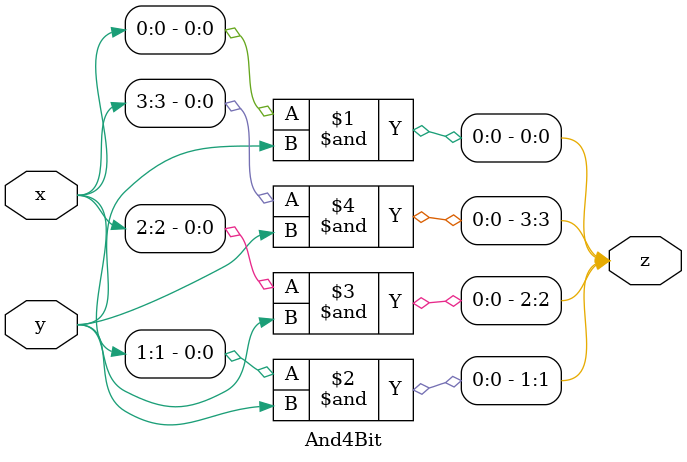
<source format=v>
module And4Bit(input [3:0] x, input y, output [3:0] z);
   and(z[0], x[0], y);
   and(z[1], x[1], y);
   and(z[2], x[2], y);
   and(z[3], x[3], y);   
endmodule // 4And

</source>
